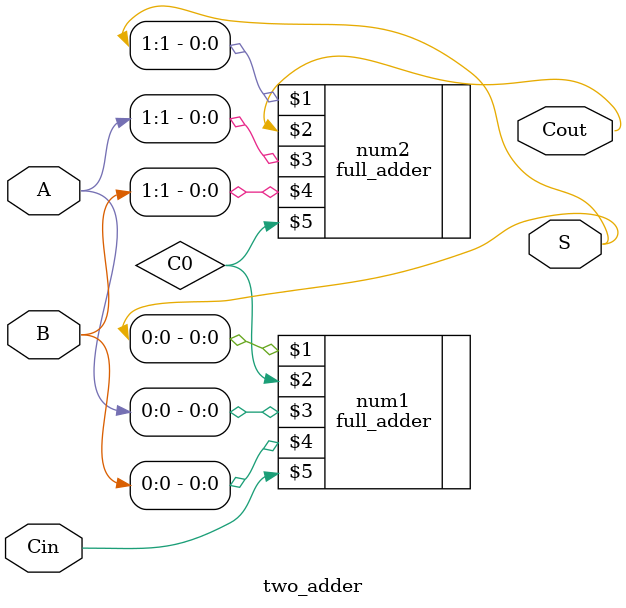
<source format=v>
module two_adder(S, Cout, A, B, Cin);
input [1:0] A, B;
input Cin;
output [1:0] S;
output Cout;
wire C0;

full_adder num1(S[0], C0, A[0], B[0], Cin);
full_adder num2(S[1], Cout, A[1], B[1], C0);

endmodule



</source>
